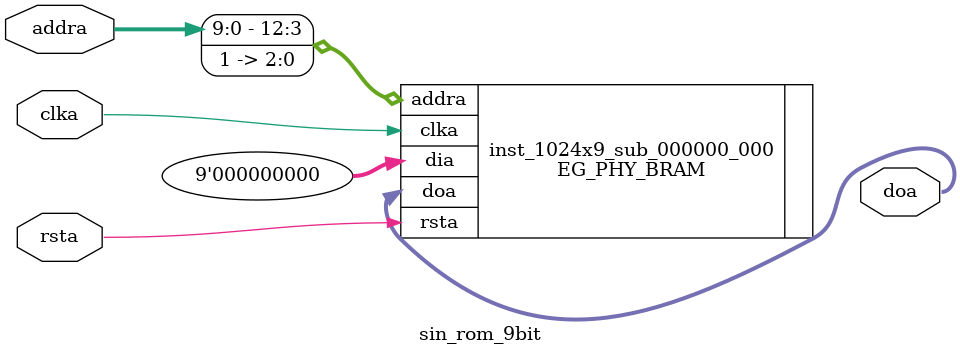
<source format=v>

`timescale 1ns / 1ps
module sin_rom_9bit  // ../ip/sin_rom_9bit/sin_rom_9bit.v(14)
  (
  addra,
  clka,
  rsta,
  doa
  );

  input [9:0] addra;  // ../ip/sin_rom_9bit/sin_rom_9bit.v(18)
  input clka;  // ../ip/sin_rom_9bit/sin_rom_9bit.v(19)
  input rsta;  // ../ip/sin_rom_9bit/sin_rom_9bit.v(20)
  output [8:0] doa;  // ../ip/sin_rom_9bit/sin_rom_9bit.v(16)


  EG_PHY_CONFIG #(
    .DONE_PERSISTN("ENABLE"),
    .INIT_PERSISTN("ENABLE"),
    .JTAG_PERSISTN("DISABLE"),
    .PROGRAMN_PERSISTN("DISABLE"))
    config_inst ();
  // address_offset=0;data_offset=0;depth=1024;width=9;num_section=1;width_per_section=9;section_size=9;working_depth=1024;working_width=9;address_step=1;bytes_in_per_section=1;
  EG_PHY_BRAM #(
    .CEAMUX("1"),
    .CEBMUX("0"),
    .CLKBMUX("0"),
    .CSA0("1"),
    .CSA1("1"),
    .CSA2("1"),
    .CSB0("1"),
    .CSB1("1"),
    .CSB2("1"),
    .DATA_WIDTH_A("9"),
    .DATA_WIDTH_B("9"),
    .INITP_00(256'h0000000000000000000000000000000000000000000000000000000000000000),
    .INITP_01(256'h0000000000000000000000000000000000000000000000000000000000000000),
    .INITP_02(256'h0000000000000000000000000000000000000000000000000000000000000000),
    .INITP_03(256'h0000000000000000000000000000000000000000000000000000000000000000),
    .INIT_00(256'h0101010101010101010101010101010101010101010101010101010101010100),
    .INIT_01(256'h0303030303030302020202020202020202020202020202020101010101010101),
    .INIT_02(256'h0606060606060505050505050505050504040404040404040404030303030303),
    .INIT_03(256'h0B0A0A0A0A0A0A09090909090909080808080808080807070707070707060606),
    .INIT_04(256'h101010100F0F0F0F0F0E0E0E0E0E0E0D0D0D0D0D0C0C0C0C0C0C0B0B0B0B0B0B),
    .INIT_05(256'h1717161616161515151515141414141313131313121212121211111111111010),
    .INIT_06(256'h1F1E1E1E1E1D1D1D1C1C1C1C1C1B1B1B1B1A1A1A1A1919191918181818171717),
    .INIT_07(256'h27272726262626252525242424242323232322222221212121202020201F1F1F),
    .INIT_08(256'h31313030302F2F2F2E2E2E2E2D2D2D2C2C2C2B2B2B2A2A2A2A29292928282828),
    .INIT_09(256'h3B3B3B3A3A3A3939393838383737373636363535353434343333333232323231),
    .INIT_0A(256'h46464645454544444443434342424241414040403F3F3F3E3E3E3D3D3D3C3C3C),
    .INIT_0B(256'h52525151515050504F4F4E4E4E4D4D4D4C4C4C4B4B4A4A4A4949494848484747),
    .INIT_0C(256'h5E5E5E5D5D5C5C5C5B5B5B5A5A59595958585757575656565555545454535353),
    .INIT_0D(256'h6B6A6A6A69696968686767676666656565646463636362626161616060605F5F),
    .INIT_0E(256'h7877777676767575747474737372727271717070706F6F6E6E6E6D6D6C6C6C6B),
    .INIT_0F(256'h848484838382828281818080807F7F7E7E7E7D7D7C7C7C7B7B7A7A7A79797878),
    .INIT_10(256'h91919090908F8F8E8E8E8D8D8C8C8C8B8B8A8A8A898988888887878686868585),
    .INIT_11(256'h9E9D9D9D9C9C9B9B9B9A9A999999989897979796969695959494949393929292),
    .INIT_12(256'hAAAAA9A9A9A8A8A7A7A7A6A6A5A5A5A4A4A4A3A3A2A2A2A1A1A0A0A09F9F9F9E),
    .INIT_13(256'hB6B6B5B5B4B4B4B3B3B3B2B2B2B1B1B0B0B0AFAFAFAEAEADADADACACACABABAA),
    .INIT_14(256'hC1C1C1C0C0C0BFBFBEBEBEBDBDBDBCBCBCBBBBBBBABABAB9B9B8B8B8B7B7B7B6),
    .INIT_15(256'hCCCCCBCBCBCACACAC9C9C9C8C8C8C7C7C7C6C6C6C5C5C5C4C4C4C3C3C3C2C2C2),
    .INIT_16(256'hD6D6D5D5D5D4D4D4D3D3D3D2D2D2D2D1D1D1D0D0D0CFCFCFCECECECECDCDCDCC),
    .INIT_17(256'hDFDFDEDEDEDDDDDDDDDCDCDCDCDBDBDBDADADADAD9D9D9D8D8D8D8D7D7D7D6D6),
    .INIT_18(256'hE7E7E6E6E6E6E5E5E5E5E4E4E4E4E4E3E3E3E2E2E2E2E1E1E1E1E0E0E0E0DFDF),
    .INIT_19(256'hEEEEEEEDEDEDEDEDECECECECEBEBEBEBEBEAEAEAEAE9E9E9E9E9E8E8E8E8E7E7),
    .INIT_1A(256'hF4F4F4F3F3F3F3F3F2F2F2F2F2F2F1F1F1F1F1F0F0F0F0F0F0EFEFEFEFEFEEEE),
    .INIT_1B(256'hF9F8F8F8F8F8F8F8F8F7F7F7F7F7F7F7F6F6F6F6F6F6F5F5F5F5F5F5F5F4F4F4),
    .INIT_1C(256'hFCFCFCFCFCFCFCFBFBFBFBFBFBFBFBFBFBFAFAFAFAFAFAFAFAFAF9F9F9F9F9F9),
    .INIT_1D(256'hFEFEFEFEFEFEFEFEFEFEFEFEFEFEFEFEFDFDFDFDFDFDFDFDFDFDFDFDFDFCFCFC),
    .INIT_1E(256'hFFFFFFFFFFFFFFFFFFFFFFFFFFFFFFFFFFFFFFFFFFFFFFFFFFFFFFFFFFFFFFFE),
    .INIT_1F(256'h000000000000000000000000000000000000000000000000FFFFFFFFFFFFFFFF),
    .MODE("SP8K"),
    .OCEAMUX("1"),
    .OCEBMUX("0"),
    .REGMODE_A("OUTREG"),
    .REGMODE_B("NOREG"),
    .RESETMODE("SYNC"),
    .RSTBMUX("0"),
    .WEAMUX("0"),
    .WEBMUX("0"),
    .WRITEMODE_A("NORMAL"),
    .WRITEMODE_B("NORMAL"))
    inst_1024x9_sub_000000_000 (
    .addra({addra,3'b111}),
    .clka(clka),
    .dia(9'b000000000),
    .rsta(rsta),
    .doa(doa));

endmodule 


</source>
